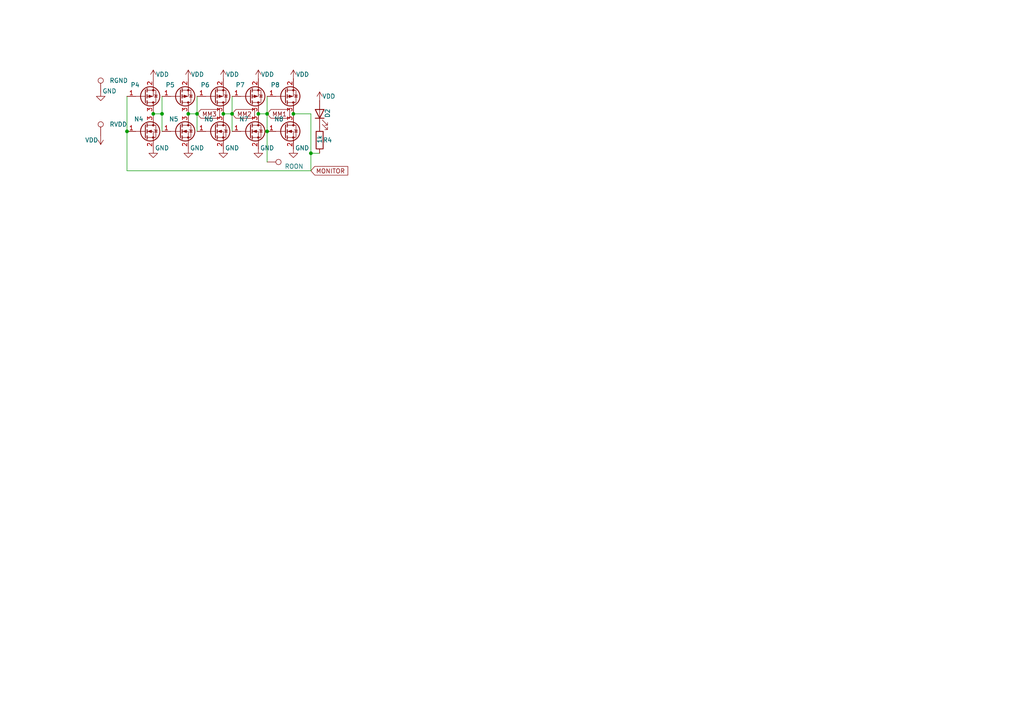
<source format=kicad_sch>
(kicad_sch (version 20250114) (generator "eeschema") (generator_version "9.0")
  (paper "A4")
  (lib_symbols
    (symbol "Connector:TestPoint" (pin_numbers (hide yes)) (pin_names (offset 0.762) (hide yes))
      (property "Reference" "TP" (at 0 6.858 0))
      (property "Value" "TestPoint" (at 0 5.08 0))
      (symbol "TestPoint_0_1"
        (circle (center 0 3.302) (radius 0.762))
      )
      (symbol "TestPoint_1_1"
        (pin passive line (at 0 0 90) (length 2.54) (name "1") (number "1"))
      )
    )
    (symbol "Device:LED" (pin_numbers (hide yes)) (pin_names (offset 1.016) (hide yes))
      (property "Reference" "D" (at 0 2.54 0))
      (property "Value" "LED" (at 0 -2.54 0))
      (symbol "LED_0_1"
        (polyline (pts (xy -3.048 -0.762) (xy -4.572 -2.286) (xy -3.81 -2.286) (xy -4.572 -2.286) (xy -4.572 -1.524)))
        (polyline (pts (xy -1.778 -0.762) (xy -3.302 -2.286) (xy -2.54 -2.286) (xy -3.302 -2.286) (xy -3.302 -1.524)))
        (polyline (pts (xy -1.27 0) (xy 1.27 0)))
        (polyline (pts (xy -1.27 -1.27) (xy -1.27 1.27)) (stroke (width 0.254)))
        (polyline (pts (xy 1.27 -1.27) (xy 1.27 1.27) (xy -1.27 0) (xy 1.27 -1.27)) (stroke (width 0.254)))
      )
      (symbol "LED_1_1"
        (pin passive line (at -3.81 0 0) (length 2.54) (name "K") (number "1"))
        (pin passive line (at 3.81 0 180) (length 2.54) (name "A") (number "2"))
      )
    )
    (symbol "Device:Q_NMOS_GSD" (pin_names (offset 0) (hide yes))
      (property "Reference" "Q" (at 5.08 1.27 0))
      (property "Value" "Q_NMOS_GSD" (at 5.08 -1.27 0))
      (symbol "Q_NMOS_GSD_0_1"
        (polyline (pts (xy 0.254 1.905) (xy 0.254 -1.905)) (stroke (width 0.254)))
        (polyline (pts (xy 0.254 0) (xy -2.54 0)))
        (polyline (pts (xy 0.762 2.286) (xy 0.762 1.27)) (stroke (width 0.254)))
        (polyline (pts (xy 0.762 0.508) (xy 0.762 -0.508)) (stroke (width 0.254)))
        (polyline (pts (xy 0.762 -1.27) (xy 0.762 -2.286)) (stroke (width 0.254)))
        (polyline (pts (xy 0.762 -1.778) (xy 3.302 -1.778) (xy 3.302 1.778) (xy 0.762 1.778)))
        (polyline (pts (xy 1.016 0) (xy 2.032 0.381) (xy 2.032 -0.381) (xy 1.016 0)) (fill (type outline)))
        (circle (center 1.651 0) (radius 2.794) (stroke (width 0.254)))
        (polyline (pts (xy 2.54 2.54) (xy 2.54 1.778)))
        (circle (center 2.54 1.778) (radius 0.254) (fill (type outline)))
        (circle (center 2.54 -1.778) (radius 0.254) (fill (type outline)))
        (polyline (pts (xy 2.54 -2.54) (xy 2.54 0) (xy 0.762 0)))
        (polyline (pts (xy 2.794 0.508) (xy 2.921 0.381) (xy 3.683 0.381) (xy 3.81 0.254)))
        (polyline (pts (xy 3.302 0.381) (xy 2.921 -0.254) (xy 3.683 -0.254) (xy 3.302 0.381)))
      )
      (symbol "Q_NMOS_GSD_1_1"
        (pin input line (at -5.08 0 0) (length 2.54) (name "G") (number "1"))
        (pin passive line (at 2.54 5.08 270) (length 2.54) (name "D") (number "3"))
        (pin passive line (at 2.54 -5.08 90) (length 2.54) (name "S") (number "2"))
      )
    )
    (symbol "Device:Q_PMOS_GSD" (pin_names (offset 0) (hide yes))
      (property "Reference" "Q" (at 5.08 1.27 0))
      (property "Value" "Q_PMOS_GSD" (at 5.08 -1.27 0))
      (symbol "Q_PMOS_GSD_0_1"
        (polyline (pts (xy 0.254 1.905) (xy 0.254 -1.905)) (stroke (width 0.254)))
        (polyline (pts (xy 0.254 0) (xy -2.54 0)))
        (polyline (pts (xy 0.762 2.286) (xy 0.762 1.27)) (stroke (width 0.254)))
        (polyline (pts (xy 0.762 1.778) (xy 3.302 1.778) (xy 3.302 -1.778) (xy 0.762 -1.778)))
        (polyline (pts (xy 0.762 0.508) (xy 0.762 -0.508)) (stroke (width 0.254)))
        (polyline (pts (xy 0.762 -1.27) (xy 0.762 -2.286)) (stroke (width 0.254)))
        (circle (center 1.651 0) (radius 2.794) (stroke (width 0.254)))
        (polyline (pts (xy 2.286 0) (xy 1.27 0.381) (xy 1.27 -0.381) (xy 2.286 0)) (fill (type outline)))
        (polyline (pts (xy 2.54 2.54) (xy 2.54 1.778)))
        (circle (center 2.54 1.778) (radius 0.254) (fill (type outline)))
        (circle (center 2.54 -1.778) (radius 0.254) (fill (type outline)))
        (polyline (pts (xy 2.54 -2.54) (xy 2.54 0) (xy 0.762 0)))
        (polyline (pts (xy 2.794 -0.508) (xy 2.921 -0.381) (xy 3.683 -0.381) (xy 3.81 -0.254)))
        (polyline (pts (xy 3.302 -0.381) (xy 2.921 0.254) (xy 3.683 0.254) (xy 3.302 -0.381)))
      )
      (symbol "Q_PMOS_GSD_1_1"
        (pin input line (at -5.08 0 0) (length 2.54) (name "G") (number "1"))
        (pin passive line (at 2.54 5.08 270) (length 2.54) (name "D") (number "3"))
        (pin passive line (at 2.54 -5.08 90) (length 2.54) (name "S") (number "2"))
      )
    )
    (symbol "Device:R" (pin_numbers (hide yes)) (pin_names (offset 0))
      (property "Reference" "R" (at 2.032 0 90))
      (property "Value" "R" (at 0 0 90))
      (symbol "R_0_1"
        (rectangle (start -1.016 -2.54) (end 1.016 2.54) (stroke (width 0.254)))
      )
      (symbol "R_1_1"
        (pin passive line (at 0 3.81 270) (length 1.27) (name "~") (number "1"))
        (pin passive line (at 0 -3.81 90) (length 1.27) (name "~") (number "2"))
      )
    )
    (symbol "power:GND" (power) (pin_numbers (hide yes)) (pin_names (offset 0) (hide yes))
      (property "Value" "GND" (at 0 -3.81 0))
      (symbol "GND_0_1"
        (polyline (pts (xy 0 0) (xy 0 -1.27) (xy 1.27 -1.27) (xy 0 -2.54) (xy -1.27 -1.27) (xy 0 -1.27)))
      )
      (symbol "GND_1_1"
        (pin power_in line (at 0 0 270) (length 0) (name "~") (number "1"))
      )
    )
    (symbol "power:VDD" (power) (pin_numbers (hide yes)) (pin_names (offset 0) (hide yes))
      (property "Value" "VDD" (at 0 3.556 0))
      (symbol "VDD_0_1"
        (polyline (pts (xy -0.762 1.27) (xy 0 2.54)))
        (polyline (pts (xy 0 2.54) (xy 0.762 1.27)))
        (polyline (pts (xy 0 0) (xy 0 2.54)))
      )
      (symbol "VDD_1_1"
        (pin power_in line (at 0 0 90) (length 0) (name "~") (number "1"))
      )
    )
  )
  (junction (at 44.45 33.02))
  (junction (at 46.99 33.02))
  (junction (at 36.83 38.1))
  (junction (at 74.93 33.02))
  (junction (at 85.09 33.02))
  (junction (at 57.15 33.02))
  (junction (at 54.61 33.02))
  (junction (at 77.47 38.1))
  (junction (at 64.77 33.02))
  (junction (at 77.47 33.02))
  (junction (at 90.17 44.45))
  (junction (at 67.31 33.02))
  (wire (pts (xy 77.47 46.99) (xy 77.47 38.1)))
  (wire (pts (xy 77.47 33.02) (xy 77.47 38.1)))
  (wire (pts (xy 67.31 27.94) (xy 67.31 33.02)))
  (wire (pts (xy 44.45 33.02) (xy 46.99 33.02)))
  (wire (pts (xy 46.99 27.94) (xy 46.99 33.02)))
  (wire (pts (xy 57.15 27.94) (xy 57.15 33.02)))
  (wire (pts (xy 90.17 49.53) (xy 36.83 49.53)))
  (wire (pts (xy 36.83 27.94) (xy 36.83 38.1)))
  (wire (pts (xy 90.17 44.45) (xy 92.71 44.45)))
  (wire (pts (xy 36.83 49.53) (xy 36.83 38.1)))
  (wire (pts (xy 64.77 33.02) (xy 67.31 33.02)))
  (wire (pts (xy 90.17 44.45) (xy 90.17 49.53)))
  (wire (pts (xy 46.99 33.02) (xy 46.99 38.1)))
  (wire (pts (xy 57.15 33.02) (xy 57.15 38.1)))
  (wire (pts (xy 54.61 33.02) (xy 57.15 33.02)))
  (wire (pts (xy 90.17 33.02) (xy 90.17 44.45)))
  (wire (pts (xy 85.09 33.02) (xy 90.17 33.02)))
  (wire (pts (xy 77.47 27.94) (xy 77.47 33.02)))
  (wire (pts (xy 74.93 33.02) (xy 77.47 33.02)))
  (wire (pts (xy 67.31 33.02) (xy 67.31 38.1)))
  (global_label "MONITOR" (shape input) (at 90.17 49.53 0) (property "Intersheetrefs" "${INTERSHEET_REFS}" (effects (hide yes))))
  (global_label "MM2" (shape input) (at 67.31 33.02 0) (property "Intersheetrefs" "${INTERSHEET_REFS}" (effects (hide yes))))
  (global_label "MM1" (shape input) (at 77.47 33.02 0) (property "Intersheetrefs" "${INTERSHEET_REFS}" (effects (hide yes))))
  (global_label "MM3" (shape input) (at 57.15 33.02 0) (property "Intersheetrefs" "${INTERSHEET_REFS}" (effects (hide yes))))
  (symbol (lib_id "Device:Q_NMOS_GSD") (at 62.23 38.1 0) (unit 1)
    (property "Reference" "N6" (at 59.182 34.544 0) (effects (justify left)))
    (property "Value" "2SK3541" (effects (hide yes)))
    (property "Footprint" "cnhardware:SOT-723-COMPACT" (effects (hide yes)))
    (property "Description" "N-MOSFET transistor, gate/source/drain" (effects (hide yes)))
    (property "LCSC" "C42402303" (effects (hide yes)))
    (property "Sim.Device" "NMOS" (effects (hide yes)))
    (property "Sim.Type" "VDMOS" (effects (hide yes)))
    (property "Sim.Pins" "1=G 2=S 3=D" (effects (hide yes)))
  )
  (symbol (lib_id "power:VDD") (at 74.93 22.86 0) (unit 1)
    (property "Reference" "#PWR011" (effects (hide yes)))
    (property "Value" "VDD" (at 79.502 21.59 0) (effects (justify right)))
    (property "Description" "Power symbol creates a global label with name \"VDD\"" (effects (hide yes)))
  )
  (symbol (lib_id "Device:Q_NMOS_GSD") (at 41.91 38.1 0) (unit 1)
    (property "Reference" "N4" (at 38.862 34.544 0) (effects (justify left)))
    (property "Value" "2SK3541" (effects (hide yes)))
    (property "Footprint" "cnhardware:SOT-723-COMPACT" (effects (hide yes)))
    (property "Description" "N-MOSFET transistor, gate/source/drain" (effects (hide yes)))
    (property "LCSC" "C42402303" (effects (hide yes)))
    (property "Sim.Device" "NMOS" (effects (hide yes)))
    (property "Sim.Type" "VDMOS" (effects (hide yes)))
    (property "Sim.Pins" "1=G 2=S 3=D" (effects (hide yes)))
  )
  (symbol (lib_id "Device:Q_NMOS_GSD") (at 72.39 38.1 0) (unit 1)
    (property "Reference" "N7" (at 69.342 34.544 0) (effects (justify left)))
    (property "Value" "2SK3541" (effects (hide yes)))
    (property "Footprint" "cnhardware:SOT-723-COMPACT" (effects (hide yes)))
    (property "Description" "N-MOSFET transistor, gate/source/drain" (effects (hide yes)))
    (property "LCSC" "C42402303" (effects (hide yes)))
    (property "Sim.Device" "NMOS" (effects (hide yes)))
    (property "Sim.Type" "VDMOS" (effects (hide yes)))
    (property "Sim.Pins" "1=G 2=S 3=D" (effects (hide yes)))
  )
  (symbol (lib_id "Connector:TestPoint") (at 77.47 46.99 270) (unit 1) (in_bom no)
    (property "Reference" "TP4" (effects (hide yes)))
    (property "Value" "ROON" (at 82.55 48.2599 90) (effects (justify left)))
    (property "Footprint" "cnhardware:TPTHRU" (effects (hide yes)))
    (property "Description" "test point" (effects (hide yes)))
    (property "LCSC" "C25503131" (effects (hide yes)))
    (property "Sim.Device" "SPICE" (effects (hide yes)))
    (property "Sim.Params" "type=TP_" (effects (hide yes)))
  )
  (symbol (lib_id "Device:Q_PMOS_GSD") (at 62.23 27.94 0) (mirror x) (unit 1)
    (property "Reference" "P6" (at 58.166 24.638 0) (effects (justify left)))
    (property "Value" "RZM001P02T2L" (effects (hide yes)))
    (property "Footprint" "cnhardware:SOT-723-COMPACTP" (effects (hide yes)))
    (property "Description" "P-MOSFET transistor, gate/source/drain" (effects (hide yes)))
    (property "LCSC" "C308762" (effects (hide yes)))
    (property "Sim.Device" "PMOS" (effects (hide yes)))
    (property "Sim.Type" "VDMOS" (effects (hide yes)))
    (property "Sim.Pins" "1=G 2=S 3=D" (effects (hide yes)))
  )
  (symbol (lib_id "power:VDD") (at 92.71 29.21 0) (unit 1)
    (property "Reference" "#PWR015" (effects (hide yes)))
    (property "Value" "VDD" (at 97.282 27.94 0) (effects (justify right)))
    (property "Description" "Power symbol creates a global label with name \"VDD\"" (effects (hide yes)))
  )
  (symbol (lib_id "power:GND") (at 29.21 26.67 0) (unit 1)
    (property "Reference" "#PWR018" (effects (hide yes)))
    (property "Value" "GND" (at 31.75 26.416 0))
    (property "Description" "Power symbol creates a global label with name \"GND\" , ground" (effects (hide yes)))
  )
  (symbol (lib_id "power:VDD") (at 64.77 22.86 0) (unit 1)
    (property "Reference" "#PWR09" (effects (hide yes)))
    (property "Value" "VDD" (at 69.342 21.59 0) (effects (justify right)))
    (property "Description" "Power symbol creates a global label with name \"VDD\"" (effects (hide yes)))
  )
  (symbol (lib_id "Device:LED") (at 92.71 33.02 90) (unit 1)
    (property "Reference" "D2" (at 94.996 31.496 0) (effects (justify right)))
    (property "Value" "LED" (effects (hide yes)))
    (property "Footprint" "cnhardware:LED_0402_1005Metric_COMPACT" (effects (hide yes)))
    (property "Description" "Light emitting diode" (effects (hide yes)))
    (property "LCSC" "C965793" (effects (hide yes)))
    (property "Sim.Device" "D" (effects (hide yes)))
    (property "Sim.Pins" "1=A 2=K" (effects (hide yes)))
  )
  (symbol (lib_id "Device:Q_PMOS_GSD") (at 41.91 27.94 0) (mirror x) (unit 1)
    (property "Reference" "P4" (at 37.846 24.638 0) (effects (justify left)))
    (property "Value" "RZM001P02T2L" (effects (hide yes)))
    (property "Footprint" "cnhardware:SOT-723-COMPACTP" (effects (hide yes)))
    (property "Description" "P-MOSFET transistor, gate/source/drain" (effects (hide yes)))
    (property "LCSC" "C308762" (effects (hide yes)))
    (property "Sim.Device" "PMOS" (effects (hide yes)))
    (property "Sim.Type" "VDMOS" (effects (hide yes)))
    (property "Sim.Pins" "1=G 2=S 3=D" (effects (hide yes)))
  )
  (symbol (lib_id "Connector:TestPoint") (at 29.21 39.37 0) (unit 1) (in_bom no)
    (property "Reference" "TP1" (effects (hide yes)))
    (property "Value" "RVDD" (at 31.75 36.0679 0) (effects (justify left)))
    (property "Footprint" "cnhardware:TPTHRU" (effects (hide yes)))
    (property "Description" "test point" (effects (hide yes)))
    (property "LCSC" "C25503131" (effects (hide yes)))
    (property "Sim.Device" "SPICE" (effects (hide yes)))
    (property "Sim.Params" "type=TP_" (effects (hide yes)))
  )
  (symbol (lib_id "power:GND") (at 64.77 43.18 0) (unit 1)
    (property "Reference" "#PWR010" (effects (hide yes)))
    (property "Value" "GND" (at 67.31 42.926 0))
    (property "Description" "Power symbol creates a global label with name \"GND\" , ground" (effects (hide yes)))
  )
  (symbol (lib_id "power:VDD") (at 54.61 22.86 0) (unit 1)
    (property "Reference" "#PWR07" (effects (hide yes)))
    (property "Value" "VDD" (at 59.182 21.59 0) (effects (justify right)))
    (property "Description" "Power symbol creates a global label with name \"VDD\"" (effects (hide yes)))
  )
  (symbol (lib_id "power:GND") (at 74.93 43.18 0) (unit 1)
    (property "Reference" "#PWR012" (effects (hide yes)))
    (property "Value" "GND" (at 77.47 42.926 0))
    (property "Description" "Power symbol creates a global label with name \"GND\" , ground" (effects (hide yes)))
  )
  (symbol (lib_id "power:VDD") (at 44.45 22.86 0) (unit 1)
    (property "Reference" "#PWR05" (effects (hide yes)))
    (property "Value" "VDD" (at 49.022 21.59 0) (effects (justify right)))
    (property "Description" "Power symbol creates a global label with name \"VDD\"" (effects (hide yes)))
  )
  (symbol (lib_id "Device:Q_PMOS_GSD") (at 82.55 27.94 0) (mirror x) (unit 1)
    (property "Reference" "P8" (at 78.486 24.638 0) (effects (justify left)))
    (property "Value" "RZM001P02T2L" (effects (hide yes)))
    (property "Footprint" "cnhardware:SOT-723-COMPACTP" (effects (hide yes)))
    (property "Description" "P-MOSFET transistor, gate/source/drain" (effects (hide yes)))
    (property "LCSC" "C308762" (effects (hide yes)))
    (property "Sim.Device" "PMOS" (effects (hide yes)))
    (property "Sim.Type" "VDMOS" (effects (hide yes)))
    (property "Sim.Pins" "1=G 2=S 3=D" (effects (hide yes)))
  )
  (symbol (lib_id "power:GND") (at 54.61 43.18 0) (unit 1)
    (property "Reference" "#PWR08" (effects (hide yes)))
    (property "Value" "GND" (at 57.15 42.926 0))
    (property "Description" "Power symbol creates a global label with name \"GND\" , ground" (effects (hide yes)))
  )
  (symbol (lib_id "Device:Q_NMOS_GSD") (at 82.55 38.1 0) (unit 1)
    (property "Reference" "N8" (at 79.502 34.544 0) (effects (justify left)))
    (property "Value" "2SK3541" (effects (hide yes)))
    (property "Footprint" "cnhardware:SOT-723-COMPACT" (effects (hide yes)))
    (property "Description" "N-MOSFET transistor, gate/source/drain" (effects (hide yes)))
    (property "LCSC" "C42402303" (effects (hide yes)))
    (property "Sim.Device" "NMOS" (effects (hide yes)))
    (property "Sim.Type" "VDMOS" (effects (hide yes)))
    (property "Sim.Pins" "1=G 2=S 3=D" (effects (hide yes)))
  )
  (symbol (lib_id "Connector:TestPoint") (at 29.21 26.67 0) (unit 1) (in_bom no)
    (property "Reference" "TP2" (effects (hide yes)))
    (property "Value" "RGND" (at 31.75 23.3679 0) (effects (justify left)))
    (property "Footprint" "cnhardware:TPTHRU" (effects (hide yes)))
    (property "Description" "test point" (effects (hide yes)))
    (property "LCSC" "C25503131" (effects (hide yes)))
    (property "Sim.Device" "SPICE" (effects (hide yes)))
    (property "Sim.Params" "type=TP_" (effects (hide yes)))
  )
  (symbol (lib_id "power:VDD") (at 85.09 22.86 0) (unit 1)
    (property "Reference" "#PWR013" (effects (hide yes)))
    (property "Value" "VDD" (at 89.662 21.59 0) (effects (justify right)))
    (property "Description" "Power symbol creates a global label with name \"VDD\"" (effects (hide yes)))
  )
  (symbol (lib_id "power:GND") (at 85.09 43.18 0) (unit 1)
    (property "Reference" "#PWR014" (effects (hide yes)))
    (property "Value" "GND" (at 87.63 42.926 0))
    (property "Description" "Power symbol creates a global label with name \"GND\" , ground" (effects (hide yes)))
  )
  (symbol (lib_id "Device:Q_PMOS_GSD") (at 52.07 27.94 0) (mirror x) (unit 1)
    (property "Reference" "P5" (at 48.006 24.638 0) (effects (justify left)))
    (property "Value" "RZM001P02T2L" (effects (hide yes)))
    (property "Footprint" "cnhardware:SOT-723-COMPACTP" (effects (hide yes)))
    (property "Description" "P-MOSFET transistor, gate/source/drain" (effects (hide yes)))
    (property "LCSC" "C308762" (effects (hide yes)))
    (property "Sim.Device" "PMOS" (effects (hide yes)))
    (property "Sim.Type" "VDMOS" (effects (hide yes)))
    (property "Sim.Pins" "1=G 2=S 3=D" (effects (hide yes)))
  )
  (symbol (lib_id "power:VDD") (at 29.21 39.37 180) (unit 1)
    (property "Reference" "#PWR019" (effects (hide yes)))
    (property "Value" "VDD" (at 24.638 40.64 0) (effects (justify right)))
    (property "Description" "Power symbol creates a global label with name \"VDD\"" (effects (hide yes)))
  )
  (symbol (lib_id "power:GND") (at 44.45 43.18 0) (unit 1)
    (property "Reference" "#PWR06" (effects (hide yes)))
    (property "Value" "GND" (at 46.99 42.926 0))
    (property "Description" "Power symbol creates a global label with name \"GND\" , ground" (effects (hide yes)))
  )
  (symbol (lib_id "Device:Q_PMOS_GSD") (at 72.39 27.94 0) (mirror x) (unit 1)
    (property "Reference" "P7" (at 68.326 24.638 0) (effects (justify left)))
    (property "Value" "RZM001P02T2L" (effects (hide yes)))
    (property "Footprint" "cnhardware:SOT-723-COMPACTP" (effects (hide yes)))
    (property "Description" "P-MOSFET transistor, gate/source/drain" (effects (hide yes)))
    (property "LCSC" "C308762" (effects (hide yes)))
    (property "Sim.Device" "PMOS" (effects (hide yes)))
    (property "Sim.Type" "VDMOS" (effects (hide yes)))
    (property "Sim.Pins" "1=G 2=S 3=D" (effects (hide yes)))
  )
  (symbol (lib_id "Device:R") (at 92.71 40.64 0) (unit 1)
    (property "Reference" "R4" (at 94.996 40.64 0))
    (property "Value" "1k" (at 92.71 40.386 90))
    (property "Footprint" "cnhardware:R_0402_1005Metric_COMPACT" (effects (hide yes)))
    (property "Description" "Resistor" (effects (hide yes)))
    (property "LCSC" "C11702" (effects (hide yes)))
  )
  (symbol (lib_id "Device:Q_NMOS_GSD") (at 52.07 38.1 0) (unit 1)
    (property "Reference" "N5" (at 49.022 34.544 0) (effects (justify left)))
    (property "Value" "2SK3541" (effects (hide yes)))
    (property "Footprint" "cnhardware:SOT-723-COMPACT" (effects (hide yes)))
    (property "Description" "N-MOSFET transistor, gate/source/drain" (effects (hide yes)))
    (property "LCSC" "C42402303" (effects (hide yes)))
    (property "Sim.Device" "NMOS" (effects (hide yes)))
    (property "Sim.Type" "VDMOS" (effects (hide yes)))
    (property "Sim.Pins" "1=G 2=S 3=D" (effects (hide yes)))
  )
)
</source>
